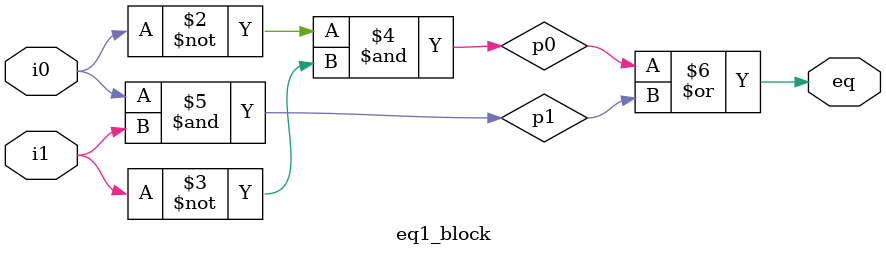
<source format=v>
module eq1_block
  (
  input wire i0, i1,
  output reg eq
  );

  reg p0, p1;

  always @(i0,i1) // only i0 and i1 in sensitivity list
  // the order of statements is important
  begin
     p0 = ~i0 & ~i1;
     p1 = i0 & i1;
     eq = p0 | p1;
  end

endmodule

</source>
